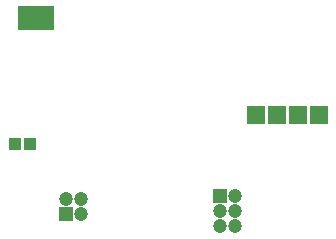
<source format=gbr>
G04 Layer_Color=16711935*
%FSLAX25Y25*%
%MOIN*%
%TF.FileFunction,Soldermask,Bot*%
%TF.Part,Single*%
G01*
G75*
%TA.AperFunction,ViaPad*%
%ADD73C,0.04737*%
%TA.AperFunction,ViaPad*%
%ADD74R,0.04737X0.04737*%
%TA.AperFunction,ViaPad*%
%ADD75R,0.04737X0.04737*%
%TA.AperFunction,ConnectorPad*%
%ADD76R,0.04331X0.04331*%
%TA.AperFunction,ConnectorPad*%
%ADD77R,0.06299X0.06299*%
%ADD78R,0.12000X0.08000*%
D73*
X343901Y265000D02*
D03*
Y260000D02*
D03*
X338901Y265000D02*
D03*
X395401Y256000D02*
D03*
X390401D02*
D03*
X395401Y261000D02*
D03*
X390401D02*
D03*
X395401Y266000D02*
D03*
D74*
X338901Y260000D02*
D03*
D75*
X390401Y266000D02*
D03*
D76*
X326894Y283500D02*
D03*
X321894D02*
D03*
D77*
X423394Y293000D02*
D03*
X416394D02*
D03*
X409394D02*
D03*
X402394D02*
D03*
D78*
X329000Y325500D02*
D03*
%TF.MD5,F406E4EABCA1F4111812B99727945B84*%
M02*

</source>
